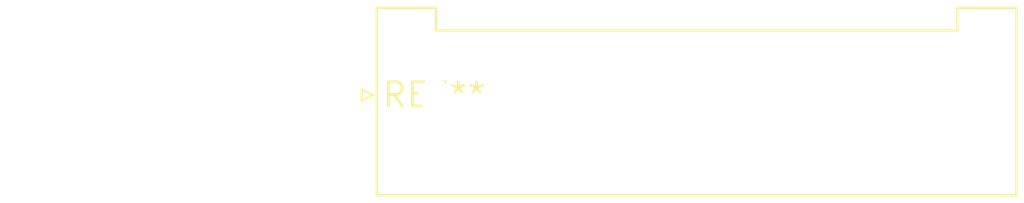
<source format=kicad_pcb>
(kicad_pcb (version 20240108) (generator pcbnew)
  (layers (0 "F.Cu" signal) (31 "B.Cu" signal) (34 "B.Paste" user) (35 "F.Paste" user) (36 "B.SilkS" user "B.Silkscreen") (37 "F.SilkS" user "F.Silkscreen") (38 "B.Mask" user) (39 "F.Mask" user) (44 "Edge.Cuts" user))
  (net 0 "")
  (footprint "JST_VH_B8P-VH-FB-B_1x08_P3.96mm_Vertical" (layer "F.Cu") (at 0 0)
    (property "Reference" "REF**")
    (property "Value" "JST_VH_B8P-VH-FB-B_1x08_P3.96mm_Vertical")
    (fp_line (start -3.83 -0.3) (end -3.23 0) (layer "F.SilkS") (stroke (width 0.12)))
    (fp_line (start -3.83 0.3) (end -3.83 -0.3) (layer "F.SilkS") (stroke (width 0.12)))
    (fp_line (start -3.23 0) (end -3.83 0.3) (layer "F.SilkS") (stroke (width 0.12)))
    (fp_line (start -3.03 -4.61) (end 0.09 -4.61) (layer "F.SilkS") (stroke (width 0.12)))
    (fp_line (start -3.03 5.31) (end -3.03 -4.61) (layer "F.SilkS") (stroke (width 0.12)))
    (fp_line (start 0.09 -4.61) (end 0.09 -3.41) (layer "F.SilkS") (stroke (width 0.12)))
    (fp_line (start 0.09 -3.41) (end 27.63 -3.41) (layer "F.SilkS") (stroke (width 0.12)))
    (fp_line (start 27.63 -4.61) (end 30.75 -4.61) (layer "F.SilkS") (stroke (width 0.12)))
    (fp_line (start 27.63 -3.41) (end 27.63 -4.61) (layer "F.SilkS") (stroke (width 0.12)))
    (fp_line (start 30.75 -4.61) (end 30.75 5.31) (layer "F.SilkS") (stroke (width 0.12)))
    (fp_line (start 30.75 5.31) (end -3.03 5.31) (layer "F.SilkS") (stroke (width 0.12)))
    (pad "" np_thru_hole circle (at -1.5 -3.4) (size 1.45 1.45) (drill 1.45) (layers *.Cu *.Mask))
    (pad "1" thru_hole roundrect (at 0 0) (size 2.7 2.7) (drill 1.7) (layers *.Cu *.Mask) (remove_unused_layers) (roundrect_rratio 0.092593))
    (pad "2" thru_hole circle (at 3.96 0) (size 2.7 2.7) (drill 1.7) (layers *.Cu *.Mask) (remove_unused_layers))
    (pad "3" thru_hole circle (at 7.92 0) (size 2.7 2.7) (drill 1.7) (layers *.Cu *.Mask) (remove_unused_layers))
    (pad "4" thru_hole circle (at 11.88 0) (size 2.7 2.7) (drill 1.7) (layers *.Cu *.Mask) (remove_unused_layers))
    (pad "5" thru_hole circle (at 15.84 0) (size 2.7 2.7) (drill 1.7) (layers *.Cu *.Mask) (remove_unused_layers))
    (pad "6" thru_hole circle (at 19.8 0) (size 2.7 2.7) (drill 1.7) (layers *.Cu *.Mask) (remove_unused_layers))
    (pad "7" thru_hole circle (at 23.76 0) (size 2.7 2.7) (drill 1.7) (layers *.Cu *.Mask) (remove_unused_layers))
    (pad "8" thru_hole circle (at 27.72 0) (size 2.7 2.7) (drill 1.7) (layers *.Cu *.Mask) (remove_unused_layers))
  )
)
</source>
